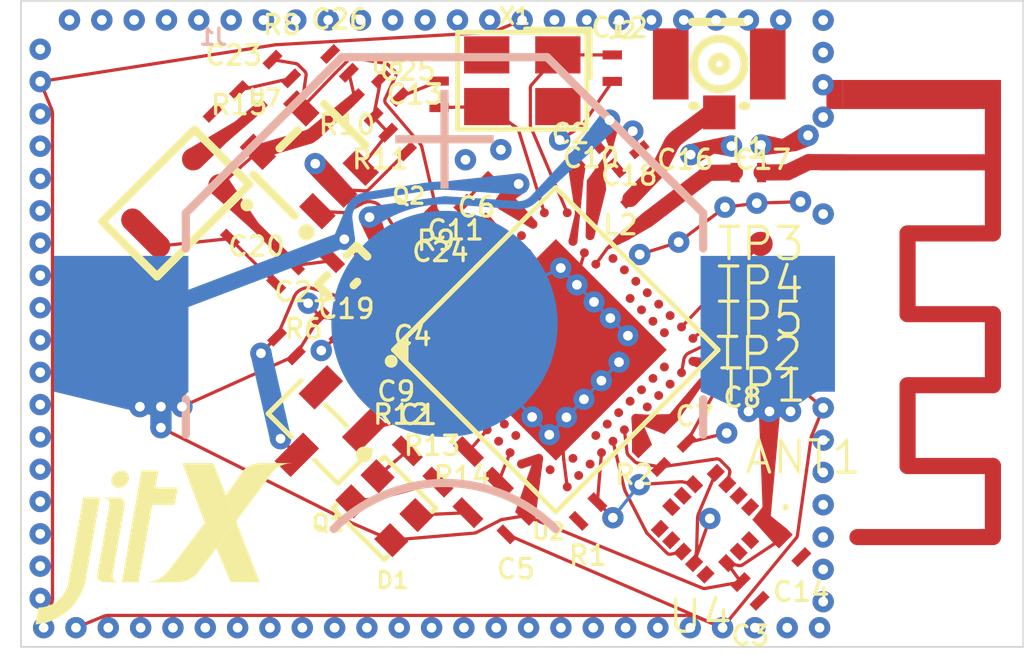
<source format=kicad_pcb>
(kicad_pcb (version 20240108) (generator jitx)
  (layers (0 F.Cu signal) (31 B.Cu signal) (34 "B.Paste" user) (35 "F.Paste" user) (36 "B.SilkS" user "B.Silkscreen") (37 "F.SilkS" user "F.Silkscreen") (38 "B.Mask" user) (39 "F.Mask" user) (44 "Edge.Cuts" user))
  (net 1 "a")
  (net 2 "op-")
  (net 3 "XC1")
  (net 4 "r")
  (net 5 "ANT")
  (net 6 "GND")
  (net 7 "I2C_sda")
  (net 8 "mcu_debug_swo")
  (net 9 "VDD")
  (net 10 "acc_ADC3")
  (net 11 "Cin_p2")
  (net 12 "DEC4")
  (net 13 "DEC2")
  (net 14 "mcu_vdda-sw_gpio")
  (net 15 "b")
  (net 16 "acc_ADC2")
  (net 17 "D")
  (net 18 "mcu_control-pins2_timer")
  (net 19 "acc_ADC1")
  (net 20 "DEC3")
  (net 21 "mcu_debug_swdio")
  (net 22 "I2C_scl")
  (net 23 "mcu_control-pins1_timer")
  (net 24 "signal")
  (net 25 "VDDA")
  (net 26 "mcu_debug_swdclk")
  (net 27 "g")
  (net 28 "CS")
  (net 29 "WAKE")
  (net 30 "XC2")
  (net 31 "vout")
  (net 32 "mcu_control-pins0_timer")
  (net 33 "DEC1")
  (net 34 "L_p2")
  (net 35 "vref")
  (net 36 "acc_INT2")
  (net 37 "SA0")
  (footprint "nrf-design-final:Pkg0402_21" (layer F.Cu) (at 137.364491745561 105.955043074572 135.0)
    (fp_text reference "R9")
    (fp_text value "51K")
  )
  (footprint "nrf-design-final:Pkg0603_2" (layer F.Cu) (at 136.444700461194 105.240201274974 315.0)
    (fp_text reference "C24")
    (fp_text value "150p")
  )
  (footprint "nrf-design-final:Pkg0603_3" (layer F.Cu) (at 138.29550841197 113.37222694681 135.0)
    (fp_text reference "R14")
    (fp_text value "510R")
  )
  (footprint "nrf-design-final:Pkg0402_24" (layer F.Cu) (at 134.61531089878 101.307460999253 225.0)
    (fp_text reference "R10")
    (fp_text value "51K")
  )
  (footprint "nrf-design-final:Pkg0402_9" (layer F.Cu) (at 135.582148901145 107.841948635843 315.0)
    (fp_text reference "C4")
    (fp_text value "1u")
  )
  (footprint "nrf-design-final:Pkg0603_1" (layer F.Cu) (at 137.368292056286 112.426116200412 135.0)
    (fp_text reference "R13")
    (fp_text value "1K8")
  )
  (footprint "nrf-design-final:Pkg0402_3" (layer F.Cu) (at 143.496811299096 112.139602484392 225.0)
    (fp_text reference "R2")
    (fp_text value "8K2")
  )
  (footprint "nrf-design-final:Pkg0402_30" (layer F.Cu) (at 135.752606732933 110.284582887104 315.0)
    (fp_text reference "C1")
    (fp_text value "100n")
  )
  (footprint "nrf-design-final:Pkg0402_12" (layer F.Cu) (at 131.031001767793 101.054896380775 225.0)
    (fp_text reference "C23")
    (fp_text value "1u")
  )
  (footprint "nrf-design-final:LP_4" (layer F.Cu) (at 145.608075704458 100.267015751086 180.0)
    (fp_text reference "J2")
    (fp_text value "~")
  )
  (footprint "nrf-design-final:Pkg0402_5" (layer F.Cu) (at 141.483013772522 102.693943606051 130.0)
    (fp_text reference "C2")
    (fp_text value "100p")
  )
  (footprint "nrf-design-final:LP_3" (layer F.Cu) (at 135.240702258118 113.706133202897 315.0)
    (fp_text reference "D1")
    (fp_text value "~")
  )
  (footprint "nrf-design-final:Pkg0603" (layer F.Cu) (at 136.421022385317 111.459685133701 135.0)
    (fp_text reference "R12")
    (fp_text value "1K8")
  )
  (footprint "nrf-design-final:Pkg0402_16" (layer F.Cu) (at 132.067812317335 100.111003326519 225.0)
    (fp_text reference "R8")
    (fp_text value "1K5")
  )
  (footprint "nrf-design-final:Pkg0402_17" (layer F.Cu) (at 139.307226265547 114.226850152739 315.0)
    (fp_text reference "C5")
    (fp_text value "4.7u")
  )
  (footprint "nrf-design-final:Pkg0402_14" (layer F.Cu) (at 143.116021358553 104.455641953927 220.0)
    (fp_text reference "L2")
    (fp_text value "4.7n")
  )
  (footprint "nrf-design-final:SMD_TESTPT" (layer F.Cu) (at 146.831407943322 108.92925833448 0.0)
    (fp_text value "~" hide)
    (fp_text reference "TP2")
  )
  (footprint "nrf-design-final:Pkg0402_11" (layer F.Cu) (at 143.386709455441 102.922813212554 220.0)
    (fp_text reference "C18")
    (fp_text value "500f")
  )
  (footprint "nrf-design-final:Pkg0402_10" (layer F.Cu) (at 145.295329432493 102.917434257412 180.0)
    (fp_text reference "C16")
    (fp_text value "800f")
  )
  (footprint "nrf-design-final:SMD_TESTPT" (layer F.Cu) (at 146.940951523533 109.902891261221 270.0)
    (fp_text value "~" hide)
    (fp_text reference "TP1")
  )
  (footprint "nrf-design-final:SMD_TESTPT" (layer F.Cu) (at 146.874787226075 105.52332629816 0.0)
    (fp_text value "~" hide)
    (fp_text reference "TP3")
  )
  (footprint "nrf-design-final:XDCR_LIS3DHTR" (layer F.Cu) (at 145.331956046004 114.185859432907 225.0)
    (fp_text value "~" hide)
    (fp_text reference "U4")
  )
  (footprint "nrf-design-final:LP_8" (layer F.Cu) (at 140.541974995973 108.804286145106 315.0)
    (fp_text reference "U2")
    (fp_text value "~")
  )
  (footprint "nrf-design-final:Pkg0402_29" (layer F.Cu) (at 132.180602089354 106.481426938844 315.0)
    (fp_text reference "C21")
    (fp_text value "10n")
  )
  (footprint "nrf-design-final:ANTENNA_2GHZ4_INVERTED_F_GEOMETRY" (layer F.Cu) (at 148.912648077159 103.0 270.0)
    (fp_text value "~" hide)
    (fp_text reference "ANT1")
  )
  (footprint "nrf-design-final:Pkg0402_26" (layer F.Cu) (at 145.782364848344 109.752910033237 315.0)
    (fp_text reference "C8")
    (fp_text value "100n")
  )
  (footprint "nrf-design-final:Pkg0402_7" (layer F.Cu) (at 142.113732088957 103.438864887744 130.0)
    (fp_text reference "C10")
    (fp_text value "100n")
  )
  (footprint "nrf-design-final:Pkg0402_1" (layer F.Cu) (at 135.075393219869 109.560006911022 315.0)
    (fp_text reference "C9")
    (fp_text value "1u")
  )
  (footprint "nrf-design-final:Pkg0402_27" (layer F.Cu) (at 146.553912657155 116.282973678189 45.0)
    (fp_text reference "C3")
    (fp_text value "10u")
  )
  (footprint "nrf-design-final:Pkg0402_4" (layer F.Cu) (at 130.216155014612 101.75607126766 45.0)
    (fp_text reference "R15")
    (fp_text value "0R")
  )
  (footprint "nrf-design-final:Pkg0402" (layer F.Cu) (at 147.845923122674 114.929314528775 45.0)
    (fp_text reference "C14")
    (fp_text value "100n")
  )
  (footprint "nrf-design-final:Pkg0402_22" (layer F.Cu) (at 144.300296439508 111.392162215845 45.0)
    (fp_text reference "C7")
    (fp_text value "100n")
  )
  (footprint "nrf-design-final:Pkg0402_23" (layer F.Cu) (at 133.850556592264 99.9358159583669 225.0)
    (fp_text reference "C26")
    (fp_text value "10u")
  )
  (footprint "nrf-design-final:SMD_TESTPT" (layer F.Cu) (at 146.863396107233 106.74990754627 90.0)
    (fp_text value "~" hide)
    (fp_text reference "TP4")
  )
  (footprint "nrf-design-final:Pkg0402_20" (layer F.Cu) (at 138.622859578393 103.861564817288 225.0)
    (fp_text reference "C6")
    (fp_text value "100n")
  )
  (footprint "nrf-design-final:SMD_TESTPT" (layer F.Cu) (at 146.863396107233 107.839582940375 0.0)
    (fp_text value "~" hide)
    (fp_text reference "TP5")
  )
  (footprint "nrf-design-final:LP_5" (layer F.Cu) (at 132.91810947588 102.921308455914 315.0)
    (fp_text reference "U8")
    (fp_text value "~")
  )
  (footprint "nrf-design-final:Pkg0402_2" (layer F.Cu) (at 130.753473523818 105.069494681327 315.0)
    (fp_text reference "C20")
    (fp_text value "100n")
  )
  (footprint "nrf-design-final:LP_6" (layer F.Cu) (at 128.785606020354 104.258529575258 315.0)
    (fp_text reference "U7")
    (fp_text value "~")
  )
  (footprint "nrf-design-final:Pkg0402_31" (layer F.Cu) (at 136.933326097354 100.895299528811 180.0)
    (fp_text reference "C13")
    (fp_text value "15p")
  )
  (footprint "nrf-design-final:LP_2" (layer B.Cu) (at 137.099 105.587 0.0)
    (fp_text reference "J1")
    (fp_text value "~")
  )
  (footprint "nrf-design-final:LP_1" (layer F.Cu) (at 134.06128109007 106.467122888249 315.0)
    (fp_text reference "Q2")
    (fp_text value "~")
  )
  (footprint "nrf-design-final:Pkg0402_25" (layer F.Cu) (at 142.288266840845 100.085317735611 0.0)
    (fp_text reference "C12")
    (fp_text value "15p")
  )
  (footprint "nrf-design-final:LP" (layer F.Cu) (at 133.237638404809 111.345015394261 45.0)
    (fp_text reference "Q1")
    (fp_text value "~")
  )
  (footprint "nrf-design-final:Pkg0402_15" (layer F.Cu) (at 133.531546344337 108.064349649432 45.0)
    (fp_text reference "C19")
    (fp_text value "100n")
  )
  (footprint "nrf-design-final:Pkg0402_8" (layer F.Cu) (at 132.20961809271 108.687224240053 45.0)
    (fp_text reference "R6")
    (fp_text value "1M")
  )
  (footprint "nrf-design-final:Pkg0402_13" (layer F.Cu) (at 147.695329432493 102.917434257412 180.0)
    (fp_text reference "C17")
    (fp_text value "500f")
  )
  (footprint "nrf-design-final:JITX_SM_LP" (layer F.Cu) (at 123.6 118.0 0.0)
    (fp_text reference "JITX1" hide)
    (fp_text value "~" hide)
  )
  (footprint "nrf-design-final:Pkg0402_6" (layer F.Cu) (at 135.42345484922 100.686146865971 45.0)
    (fp_text reference "C25")
    (fp_text value "10n")
  )
  (footprint "nrf-design-final:Pkg0402_28" (layer F.Cu) (at 135.648033833905 102.37259829182 225.0)
    (fp_text reference "R11")
    (fp_text value "51K")
  )
  (footprint "nrf-design-final:LP_7" (layer F.Cu) (at 139.505426851148 100.47364569325 180.0)
    (fp_text reference "X1")
    (fp_text value "~")
  )
  (footprint "nrf-design-final:Pkg0402_19" (layer F.Cu) (at 137.970269007619 104.57047536555 225.0)
    (fp_text reference "C11")
    (fp_text value "100n")
  )
  (footprint "nrf-design-final:Pkg0402_18" (layer F.Cu) (at 146.495329432493 103.317434257412 90.0)
    (fp_text reference "L1")
    (fp_text value "4.7n")
  )
  (footprint "nrf-design-final:Pkg0402_3" (layer F.Cu) (at 141.537574742318 113.809924086308 315.0)
    (fp_text reference "R1")
    (fp_text value "8K2")
  )
  (segment (start 130.74118612112 100.765080734101) (end 132.357627964008 100.400818973192) (layer F.Cu) (width 0.1) (net 11))
  (gr_poly (pts (xy 137.099 104.046) (xy 134.778909247685 104.36862204222) (xy 134.652623715005 104.393741796491) (xy 134.545564009893 104.465276804428) (xy 134.474029001956 104.572336509539) (xy 134.448909247685 104.69862204222) (xy 134.474029001956 104.8249075749) (xy 134.545564009893 104.931967280011) (xy 134.652623715005 105.003502287948) (xy 134.778909247685 105.02862204222) (xy 134.905194780365 105.003502287948) (xy 135.177848461948 104.837852506944) (xy 135.247573495801 104.795491308954) (xy 135.390622453633 104.716997988044) (xy 135.536992236281 104.644886321222) (xy 135.686398323261 104.579296482547) (xy 135.838550291978 104.520355968639) (xy 135.993152382262 104.468179350847) (xy 136.14990407128 104.422868052541) (xy 136.30850065771 104.38451015196) (xy 136.46863385403 104.353180210998) (xy 136.629992385783 104.328939130272) (xy 136.792262596647 104.311834030738) (xy 136.955129058138 104.301898162093) (xy 137.118275182748 104.299150838149) (xy 137.28138383935 104.303597399283) (xy 137.362760904498 104.309413300672) (xy 139.393507836273 104.454547852755) (xy 139.393507836273 104.200547852755)) (fill solid) (layer B.Cu) (net 12))
  (arc (start 139.393507836273 104.327547852755) (mid 139.644930851337 104.277536705615) (end 139.858076991513 104.135117007995) (layer B.Cu) (width 0.254) (net 12))
  (gr_poly (pts (xy 142.437325472306 101.928408290323) (xy 142.508860480243 101.821348585212) (xy 142.533980234514 101.695063052532) (xy 142.508860480243 101.568777519851) (xy 142.437325472306 101.46171781474) (xy 142.330265767195 101.390182806803) (xy 142.203980234514 101.365063052532) (xy 142.077694701834 101.390182806803) (xy 141.970634996723 101.46171781474) (xy 141.081608908247 102.629405143517) (xy 141.065795175975 102.650175619248) (xy 141.048016829407 102.669291507505) (xy 139.768274430302 104.045314446784) (xy 139.947879552724 104.224919569205)) (fill solid) (layer B.Cu) (net 12))
  (gr_poly (pts (xy 136.183189665154 107.665171940547) (xy 135.396423571616 105.558023197952) (xy 135.395543056697 105.555664967315) (xy 135.394782306996 105.55326542191) (xy 135.083789493414 104.572336509539) (xy 135.012254485477 104.465276804428) (xy 134.905194780365 104.393741796491) (xy 134.778909247685 104.36862204222) (xy 134.652623715005 104.393741796491) (xy 134.545564009893 104.465276804428) (xy 134.474029001956 104.572336509539) (xy 134.448909247685 104.69862204222) (xy 134.474029001956 104.8249075749) (xy 135.323126982089 106.595713519069) (xy 135.326902849734 106.603588144879) (xy 135.329256572146 106.61199807347) (xy 135.560739430484 107.439094037793) (xy 135.985003499196 107.863358106505)) (fill solid) (layer F.Cu) (net 12))
  (gr_poly (pts (xy 141.499571362335 103.562584740136) (xy 141.885243928147 104.022211406008) (xy 142.099948998407 103.842052460741) (xy 142.027920687443 103.044673822429) (xy 142.026944370855 103.033865655743) (xy 142.029674267707 103.01233367237) (xy 142.03695959186 102.991888558118) (xy 142.042710366937 102.982685393053) (xy 142.042710369891 102.982685388324) (xy 141.957905560276 102.929693461901)) (fill solid) (layer F.Cu) (net 12))
  (arc (start 142.000307965083 102.956189425113) (mid 142.003378732477 102.951474330722) (end 142.006624183175 102.946877725751) (layer F.Cu) (width 0.1) (net 12))
  (segment (start 142.006624183175 102.946877725751) (end 142.218065495476 102.659023342655) (layer F.Cu) (width 0.1) (net 12))
  (arc (start 142.218065495476 102.659023342655) (mid 142.232954869279 102.633970840541) (end 142.242718858085 102.606512037999) (layer F.Cu) (width 0.1) (net 12))
  (gr_poly (pts (xy 142.508860480243 101.821348585212) (xy 142.533980234514 101.695063052532) (xy 142.508860480243 101.568777519851) (xy 142.437325472306 101.46171781474) (xy 142.330265767195 101.390182806803) (xy 142.203980234514 101.365063052532) (xy 142.077694701834 101.390182806803) (xy 141.970634996723 101.46171781474) (xy 141.899099988786 101.568777519851) (xy 141.873980234514 101.695063052532) (xy 141.899099988786 101.821348585212) (xy 142.189740108073 102.532387157042) (xy 142.19374276891 102.542179494906) (xy 142.197473105049 102.563005663318) (xy 142.196763317217 102.584151369731) (xy 142.194204072132 102.594415941773) (xy 142.194204071772 102.594415943219) (xy 142.291233644399 102.618608132779)) (fill solid) (layer F.Cu) (net 12))
  (gr_poly (pts (xy 141.50540798534 105.365979421587) (xy 141.550016195803 105.395785674894) (xy 141.602635167753 105.406252239173) (xy 141.655254139703 105.395785674894) (xy 141.699862350166 105.365979421587) (xy 141.729668603473 105.321371211124) (xy 142.099948998407 103.842052460741) (xy 141.714276432595 103.38242579487) (xy 141.499571362335 103.562584740136) (xy 141.465135167753 105.268752239173) (xy 141.475601732033 105.321371211124)) (fill solid) (layer F.Cu) (net 12))
  (gr_poly (pts (xy 137.235836757287 108.400989494937) (xy 137.28044496775 108.371183241629) (xy 137.310251221057 108.326575031166) (xy 137.320717785337 108.273956059216) (xy 137.310251221057 108.221337087266) (xy 137.28044496775 108.176728876803) (xy 137.235836757287 108.146922623496) (xy 135.758925596442 107.240907871835) (xy 135.560739430484 107.439094037793) (xy 135.985003499196 107.863358106505) (xy 137.130598813387 108.400989494937) (xy 137.183217785337 108.411456059216)) (fill solid) (layer F.Cu) (net 12))
  (gr_poly (pts (xy 139.18038040555 105.749339065487) (xy 139.224988616013 105.71953281218) (xy 139.25479486932 105.674924601717) (xy 139.2652614336 105.622305629767) (xy 139.25479486932 105.569686657816) (xy 139.224988616013 105.525078447354) (xy 138.571309771628 104.747252060846) (xy 138.373123605669 104.549065894888) (xy 137.948859536957 104.9733299636) (xy 138.147045702916 105.171516129558) (xy 139.07514246165 105.749339065487) (xy 139.1277614336 105.759805629767)) (fill solid) (layer F.Cu) (net 13))
  (segment (start 137.359994480634 110.218499707479) (end 136.673954300304 110.35810341434) (layer F.Cu) (width 0.1) (net 14))
  (arc (start 136.673954300304 110.35810341434) (mid 136.646778051691 110.366378798064) (end 136.621649402426 110.37962951316) (layer F.Cu) (width 0.1) (net 14))
  (segment (start 136.621649402426 110.37962951316) (end 135.658045733002 111.011085117051) (layer F.Cu) (width 0.1) (net 14))
  (arc (start 135.658045733002 111.011085117051) (mid 135.637811031637 111.022219245415) (end 135.616106934578 111.030115074985) (layer F.Cu) (width 0.1) (net 14))
  (segment (start 135.616106934578 111.030115074985) (end 134.615789521341 111.308952948421) (layer F.Cu) (width 0.1) (net 14))
  (segment (start 136.230651751779 113.918265237253) (end 137.822500656551 113.84523470223) (layer F.Cu) (width 0.1) (net 15))
  (gr_poly (pts (xy 131.900725184561 111.859444720053) (xy 132.027010717241 111.884564474324) (xy 132.153296249922 111.859444720053) (xy 132.260355955033 111.787909712116) (xy 132.33189096297 111.680850007005) (xy 132.357010717241 111.554564474324) (xy 132.33189096297 111.428278941644) (xy 131.726712813822 108.783825081499) (xy 131.655177805885 108.676765376388) (xy 131.548118100774 108.605230368451) (xy 131.421832568093 108.58011061418) (xy 131.295547035413 108.605230368451) (xy 131.188487330302 108.676765376388) (xy 131.116952322365 108.783825081499) (xy 131.091832568093 108.91011061418) (xy 131.116952322365 109.03639614686) (xy 131.722130471512 111.680850007005) (xy 131.79366547945 111.787909712116)) (fill solid) (layer B.Cu) (net 17))
  (segment (start 131.919802446036 108.39740859338) (end 132.44244792759 107.173251152525) (layer F.Cu) (width 0.1) (net 17))
  (arc (start 132.44244792759 107.173251152525) (mid 132.683641570921 106.925493791209) (end 133.028751026643 106.904103437289) (layer F.Cu) (width 0.1) (net 17))
  (segment (start 133.028751026643 106.904103437289) (end 134.125627807158 107.251304308585) (layer F.Cu) (width 0.1) (net 17))
  (segment (start 132.027010717241 111.554564474324) (end 132.530885177013 112.052475728838) (layer F.Cu) (width 0.1) (net 17))
  (segment (start 131.919802446036 108.39740859338) (end 131.421832568093 108.91011061418) (layer F.Cu) (width 0.1) (net 17))
  (segment (start 139.1277614336 111.986266660446) (end 138.76851616739 112.89921919139) (layer F.Cu) (width 0.1) (net 18))
  (gr_poly (pts (xy 140.868853045901 102.817663458442) (xy 141.130294182102 104.52571119514) (xy 141.132581066758 104.540651874392) (xy 141.133329932445 104.570871969559) (xy 141.130241811376 104.60094319268) (xy 141.126804171263 104.615661764906) (xy 140.945271646143 105.39290996252) (xy 140.934805081863 105.44552893447) (xy 140.945271646143 105.49814790642) (xy 140.97507789945 105.542756116883) (xy 141.019686109913 105.57256237019) (xy 141.072305081863 105.58302893447) (xy 141.124924053813 105.57256237019) (xy 141.169532264276 105.542756116883) (xy 141.199338517583 105.49814790642) (xy 141.209805081863 105.44552893447) (xy 141.400072720546 103.552583726086) (xy 141.40032677962 103.550056129117) (xy 141.40070884695 103.547544691878) (xy 141.469230681972 103.097131179047) (xy 141.083558116161 102.637504513176)) (fill solid) (layer F.Cu) (net 20))
  (segment (start 146.863396107233 106.74990754627) (end 144.784615683093 108.450732754513) (layer F.Cu) (width 0.1) (net 21))
  (segment (start 145.844608462364 112.966100235361) (end 145.920621983607 112.608368569739) (layer F.Cu) (width 0.1) (net 22))
  (arc (start 145.920621983607 112.608368569739) (mid 145.91771933767 112.534584454995) (end 145.879963801423 112.47112548853) (layer F.Cu) (width 0.1) (net 22))
  (segment (start 145.879963801423 112.47112548853) (end 145.632476428008 112.223638115115) (layer F.Cu) (width 0.1) (net 22))
  (arc (start 145.632476428008 112.223638115115) (mid 145.573735177078 112.187365218079) (end 145.504968947137 112.181244495911) (layer F.Cu) (width 0.1) (net 22))
  (segment (start 145.504968947137 112.181244495911) (end 143.786626945769 112.429418131065) (layer F.Cu) (width 0.1) (net 22))
  (segment (start 142.663295339533 111.279159879259) (end 142.74682297237 111.980563420292) (layer F.Cu) (width 0.1) (net 22))
  (arc (start 142.74682297237 111.980563420292) (mid 142.760831817792 112.028335655334) (end 142.78970451791 112.068891806273) (layer F.Cu) (width 0.1) (net 22))
  (segment (start 142.78970451791 112.068891806273) (end 142.987890683868 112.267077972232) (layer F.Cu) (width 0.1) (net 22))
  (arc (start 142.987890683868 112.267077972232) (mid 143.025238811578 112.294345565472) (end 143.069117900589 112.308941106988) (layer F.Cu) (width 0.1) (net 22))
  (segment (start 143.069117900589 112.308941106988) (end 143.786626945769 112.429418131065) (layer F.Cu) (width 0.1) (net 22))
  (segment (start 138.420654652414 111.279159879259) (end 137.841299811706 111.953108444993) (layer F.Cu) (width 0.1) (net 23))
  (gr_poly (pts (xy 129.00742751227 102.766238247271) (xy 128.980785348649 102.900177448599) (xy 129.00742751227 103.034116649927) (xy 129.083297975234 103.147664822014) (xy 129.196846147321 103.223535284978) (xy 129.330785348649 103.250177448599) (xy 129.464724549977 103.223535284978) (xy 129.578272722064 103.147664822014) (xy 130.392931709909 102.357112031668) (xy 130.817195778621 101.932847962956) (xy 130.619009612662 101.734661796998) (xy 129.196846147321 102.57681961222) (xy 129.083297975234 102.652690075183)) (fill solid) (layer F.Cu) (net 24))
  (gr_poly (pts (xy 130.392931709909 102.357112031668) (xy 131.20777846309 101.655937144783) (xy 131.632042531802 101.231673076071) (xy 131.433856365843 101.033486910113) (xy 130.619009612662 101.734661796998) (xy 130.19474554395 102.15892586571)) (fill solid) (layer F.Cu) (net 24))
  (segment (start 131.32711921821 102.673821082499) (end 132.904167564549 102.207673559379) (layer F.Cu) (width 0.45) (net 25))
  (arc (start 132.904167564549 102.207673559379) (mid 132.920441776444 102.202393578497) (end 132.93641557422 102.19626447126) (layer F.Cu) (width 0.45) (net 25))
  (gr_poly (pts (xy 133.200952188354 102.284912352846) (xy 134.21245630073 101.328870469915) (xy 134.636720369442 100.904606401203) (xy 134.438534203483 100.706420235245) (xy 132.875010094445 101.973690190779) (xy 132.869398686995 101.978238357339) (xy 132.856985110661 101.985627401466) (xy 132.850311801938 101.988391576445) (xy 133.022519346503 102.404137366075)) (fill solid) (layer F.Cu) (net 25))
  (segment (start 134.140372238937 100.22563160504) (end 134.325495252107 101.01764535258) (layer F.Cu) (width 0.1) (net 25))
  (segment (start 133.636309914577 106.043565926318) (end 132.470417736027 106.191611292171) (layer F.Cu) (width 0.1) (net 25))
  (segment (start 130.143958147014 103.713350246963) (end 131.32711921821 102.673821082499) (layer F.Cu) (width 0.1) (net 25))
  (gr_poly (pts (xy 130.391445520429 103.465862873548) (xy 130.277897348341 103.389992410584) (xy 130.143958147014 103.363350246963) (xy 130.010018945686 103.389992410584) (xy 129.896470773598 103.465862873548) (xy 129.820600310635 103.579411045635) (xy 129.793958147014 103.713350246963) (xy 129.820600310635 103.847289448291) (xy 129.896470773598 103.960837620379) (xy 131.156328121868 105.090904151989) (xy 131.354514287826 104.892717986031)) (fill solid) (layer F.Cu) (net 25))
  (gr_poly (pts (xy 132.35737878465 105.880386174836) (xy 130.930250219114 104.468453917319) (xy 130.732064053156 104.666640083277) (xy 131.156328121868 105.090904151989) (xy 132.583456687404 106.502836409506) (xy 132.781642853362 106.304650243548)) (fill solid) (layer F.Cu) (net 25))
  (segment (start 144.431062292499 108.09717936392) (end 146.874787226075 105.52332629816) (layer F.Cu) (width 0.1) (net 26))
  (segment (start 136.895284300867 112.899123955832) (end 135.103649096759 113.391158327866) (layer F.Cu) (width 0.1) (net 27))
  (arc (start 135.103649096759 113.391158327866) (mid 135.092700747532 113.393727886656) (end 135.08159065749 113.395469978047) (layer F.Cu) (width 0.1) (net 27))
  (segment (start 135.08159065749 113.395469978047) (end 134.250752764457 113.494001168541) (layer F.Cu) (width 0.1) (net 27))
  (segment (start 142.30974194894 111.632713269852) (end 142.657943108005 113.089282230101) (layer F.Cu) (width 0.1) (net 29))
  (arc (start 142.657943108005 113.089282230101) (mid 142.674729452665 113.144552862789) (end 142.698033501853 113.197406864495) (layer F.Cu) (width 0.1) (net 29))
  (segment (start 142.698033501853 113.197406864495) (end 143.342439694926 114.448978419042) (layer F.Cu) (width 0.1) (net 29))
  (arc (start 143.342439694926 114.448978419042) (mid 143.354635377882 114.468738645582) (end 143.369734728211 114.486379814912) (layer F.Cu) (width 0.1) (net 29))
  (segment (start 143.369734728211 114.486379814912) (end 143.97077549222 115.08742057892) (layer F.Cu) (width 0.1) (net 29))
  (arc (start 143.97077549222 115.08742057892) (mid 144.034234458685 115.125176115167) (end 144.108018573429 115.128078761104) (layer F.Cu) (width 0.1) (net 29))
  (segment (start 144.108018573429 115.128078761104) (end 144.46575023905 115.052065239861) (layer F.Cu) (width 0.1) (net 29))
  (segment (start 136.933326097354 101.305160746925) (end 138.405426851148 101.27364569325) (layer F.Cu) (width 0.1) (net 30))
  (segment (start 140.18842160538 104.561645457987) (end 139.374856439049 101.957457167103) (layer F.Cu) (width 0.1) (net 30))
  (segment (start 139.374856439049 101.957457167103) (end 138.405426851148 101.27364569325) (layer F.Cu) (width 0.1) (net 30))
  (segment (start 133.165596849295 104.512298713584) (end 133.970636689398 104.556012050757) (layer F.Cu) (width 0.1) (net 31))
  (arc (start 133.970636689398 104.556012050757) (mid 134.010609215384 104.552814557245) (end 134.048306235674 104.53914117216) (layer F.Cu) (width 0.1) (net 31))
  (segment (start 134.048306235674 104.53914117216) (end 134.556392166038 104.273314919806) (layer F.Cu) (width 0.1) (net 31))
  (arc (start 134.556392166038 104.273314919806) (mid 134.90563531464 104.23565281651) (end 135.187011148145 104.445930849574) (layer F.Cu) (width 0.1) (net 31))
  (segment (start 135.187011148145 104.445930849574) (end 135.971692705775 105.713209030393) (layer F.Cu) (width 0.1) (net 31))
  (segment (start 137.713547871227 107.03651919214) (end 137.074676098887 106.244858721245) (layer F.Cu) (width 0.1) (net 31))
  (segment (start 135.971692705775 105.713209030393) (end 137.074676098887 106.244858721245) (layer F.Cu) (width 0.1) (net 31))
  (segment (start 137.713547871227 110.572053098073) (end 136.894030140737 110.986677378281) (layer F.Cu) (width 0.1) (net 32))
  (gr_poly (pts (xy 136.155461330983 110.305992357766) (xy 136.353647496941 110.107806191808) (xy 136.75011488186 109.608620108706) (xy 136.779921135168 109.564011898243) (xy 136.790387699447 109.511392926293) (xy 136.779921135168 109.458773954343) (xy 136.75011488186 109.41416574388) (xy 136.705506671397 109.384359490572) (xy 136.652887699447 109.373892926293) (xy 136.600268727497 109.384359490572) (xy 135.929383428229 109.683542123096) (xy 135.731197262271 109.881728289054)) (fill solid) (layer F.Cu) (net 33))
  (segment (start 145.535212886183 101.296115292046) (end 144.323898205189 102.204285871835) (layer F.Cu) (width 0.5) (net 34))
  (arc (start 144.323898205189 102.204285871835) (mid 144.32278374524 102.205124901137) (end 144.321672638238 102.205968365647) (layer F.Cu) (width 0.5) (net 34))
  (segment (start 144.321672638238 102.205968365647) (end 144.281374205069 102.236686526329) (layer F.Cu) (width 0.5) (net 34))
  (arc (start 144.281374205069 102.236686526329) (mid 144.26068910385 102.25374540371) (end 144.241370541147 102.272337655997) (layer F.Cu) (width 0.5) (net 34))
  (segment (start 144.241370541147 102.272337655997) (end 144.206233493778 102.308847339833) (layer F.Cu) (width 0.5) (net 34))
  (arc (start 144.206233493778 102.308847339833) (mid 144.1883948386 102.328863860296) (end 144.17214077527 102.350187184033) (layer F.Cu) (width 0.5) (net 34))
  (segment (start 144.17214077527 102.350187184033) (end 144.14298869631 102.391632634977) (layer F.Cu) (width 0.5) (net 34))
  (arc (start 144.14298869631 102.391632634977) (mid 144.12935727325 102.4125614315) (end 144.117253122532 102.434409080205) (layer F.Cu) (width 0.5) (net 34))
  (segment (start 144.117253122532 102.434409080205) (end 143.71156357827 103.2325896839) (layer F.Cu) (width 0.5) (net 34))
  (segment (start 143.71156357827 103.2325896839) (end 142.848997044658 104.13370015219) (layer F.Cu) (width 0.5) (net 34))
  (segment (start 135.358218187232 102.082782645147) (end 134.905126545453 101.597276645927) (layer F.Cu) (width 0.1) (net 35))
  (segment (start 135.358218187232 102.082782645147) (end 134.50909973355 103.168795829329) (layer F.Cu) (width 0.1) (net 35))
  (segment (start 135.133639202546 100.396331219298) (end 134.905126545453 101.597276645927) (layer F.Cu) (width 0.1) (net 35))
  (segment (start 147.705732225057 103.309901516444) (end 146.90604375162 103.314794442832) (layer F.Cu) (width 0.5) (net 1))
  (segment (start 149.462648077159 103.0) (end 148.362439006876 102.993445216033) (layer F.Cu) (width 0.5) (net 1))
  (segment (start 148.362439006876 102.993445216033) (end 147.705732225057 103.309901516444) (layer F.Cu) (width 0.5) (net 1))
  (gr_poly (pts (xy 149.412648077159 100.45) (xy 149.412648077159 101.35) (xy 154.312648077159 101.35) (xy 154.312648077159 100.45)) (fill solid) (layer F.Cu) (net 1))
  (gr_poly (pts (xy 150.187648077159 102.75) (xy 150.187648077159 103.25) (xy 154.287648077159 103.25) (xy 154.287648077159 102.75)) (fill solid) (layer F.Cu) (net 1))
  (segment (start 154.062648077159 100.9) (end 154.062648077159 105.2) (layer F.Cu) (width 0.5) (net 1))
  (segment (start 154.062648077159 105.2) (end 151.422648077159 105.2) (layer F.Cu) (width 0.5) (net 1))
  (segment (start 151.422648077159 105.2) (end 151.422648077159 107.7) (layer F.Cu) (width 0.5) (net 1))
  (segment (start 151.422648077159 107.7) (end 154.062648077159 107.7) (layer F.Cu) (width 0.5) (net 1))
  (segment (start 154.062648077159 107.7) (end 154.062648077159 109.9) (layer F.Cu) (width 0.5) (net 1))
  (segment (start 154.062648077159 109.9) (end 151.422648077159 109.9) (layer F.Cu) (width 0.5) (net 1))
  (segment (start 151.422648077159 109.9) (end 151.422648077159 112.4) (layer F.Cu) (width 0.5) (net 1))
  (segment (start 151.422648077159 112.4) (end 154.062648077159 112.4) (layer F.Cu) (width 0.5) (net 1))
  (segment (start 154.062648077159 112.4) (end 154.062648077159 114.6) (layer F.Cu) (width 0.5) (net 1))
  (segment (start 154.062648077159 114.6) (end 149.872648077159 114.6) (layer F.Cu) (width 0.5) (net 1))
  (segment (start 131.777996670662 99.8211876798454) (end 132.495505715842 99.9416647039231) (layer F.Cu) (width 0.1) (net 2))
  (arc (start 132.495505715842 99.9416647039231) (mid 132.539384804853 99.9562602454389) (end 132.576732932563 99.9835278386789) (layer F.Cu) (width 0.1) (net 2))
  (segment (start 132.576732932563 99.9835278386789) (end 132.774919098522 100.181714004637) (layer F.Cu) (width 0.1) (net 2))
  (arc (start 132.774919098522 100.181714004637) (mid 132.811174221364 100.240401829539) (end 132.817328772734 100.309110025712) (layer F.Cu) (width 0.1) (net 2))
  (segment (start 132.817328772734 100.309110025712) (end 132.670622102465 101.330318198244) (layer F.Cu) (width 0.1) (net 2))
  (segment (start 136.917708216614 104.767193519554) (end 137.654307392234 105.665227427899) (layer F.Cu) (width 0.1) (net 2))
  (segment (start 136.917708216614 104.767193519554) (end 136.395192119787 102.515468206059) (layer F.Cu) (width 0.1) (net 2))
  (arc (start 136.395192119787 102.515468206059) (mid 136.383071911884 102.481960449746) (end 136.363390270257 102.452256878317) (layer F.Cu) (width 0.1) (net 2))
  (segment (start 136.363390270257 102.452256878317) (end 135.287729706215 101.186119572821) (layer F.Cu) (width 0.1) (net 2))
  (arc (start 135.287729706215 101.186119572821) (mid 135.253411974157 101.109203223754) (end 135.265955589842 101.025917635608) (layer F.Cu) (width 0.1) (net 2))
  (segment (start 135.265955589842 101.025917635608) (end 135.580954108597 100.346376096334) (layer F.Cu) (width 0.1) (net 2))
  (arc (start 135.580954108597 100.346376096334) (mid 135.592555809643 100.25707731318) (end 135.55093033706 100.177226250743) (layer F.Cu) (width 0.1) (net 2))
  (segment (start 135.550930337059 100.177226250743) (end 135.352744171101 99.9790400847845) (layer F.Cu) (width 0.1) (net 2))
  (arc (start 135.352744171101 99.9790400847845) (mid 135.315651644691 99.9519045345119) (end 135.272084213123 99.9372733175203) (layer F.Cu) (width 0.1) (net 2))
  (segment (start 135.272084213123 99.9372733175203) (end 134.278817249514 99.7665737032629) (layer F.Cu) (width 0.1) (net 2))
  (arc (start 134.278817249514 99.7665737032629) (mid 134.207995081749 99.771447133052) (end 134.147345173136 99.8083404705271) (layer F.Cu) (width 0.1) (net 2))
  (segment (start 134.147345173136 99.8083404705271) (end 133.723081104424 100.232604539239) (layer F.Cu) (width 0.1) (net 2))
  (arc (start 133.723081104424 100.232604539239) (mid 133.721969827674 100.233727583016) (end 133.720870441236 100.234862269228) (layer F.Cu) (width 0.1) (net 2))
  (segment (start 133.720870441236 100.234862269228) (end 132.670622102465 101.330318198244) (layer F.Cu) (width 0.1) (net 2))
  (segment (start 140.895528386567 104.561645457987) (end 139.767378364608 101.907319498001) (layer F.Cu) (width 0.1) (net 3))
  (arc (start 139.767378364608 101.907319498001) (mid 139.75844509551 101.878585023728) (end 139.755426851148 101.84864569325) (layer F.Cu) (width 0.1) (net 3))
  (segment (start 139.755426851148 101.84864569325) (end 139.755426851148 100.69864569325) (layer F.Cu) (width 0.1) (net 3))
  (arc (start 139.755426851148 100.69864569325) (mid 139.765050793303 100.64578207264) (end 139.792687682934 100.599701871055) (layer F.Cu) (width 0.1) (net 3))
  (segment (start 139.792687682934 100.599701871055) (end 140.605426851148 99.6736456932498) (layer F.Cu) (width 0.1) (net 3))
  (segment (start 142.288266840845 99.6754565174974) (end 140.605426851148 99.6736456932498) (layer F.Cu) (width 0.1) (net 3))
  (segment (start 135.028570223762 112.716183709236) (end 135.948014629898 111.93269288912) (layer F.Cu) (width 0.1) (net 4))
  (gr_poly (pts (xy 143.602295064722 104.873030720941) (xy 143.621325181594 104.777359862849) (xy 143.602295064722 104.681689004758) (xy 143.548101876891 104.600583167553) (xy 143.466996039686 104.546389979722) (xy 143.371325181594 104.527359862849) (xy 143.275654323503 104.546389979722) (xy 143.194548486298 104.600583167553) (xy 142.597123957498 105.117330250789) (xy 142.559188726017 105.174104336833) (xy 142.545867644206 105.241073937497) (xy 142.559188726017 105.30804353816) (xy 142.597123957498 105.364817624204) (xy 142.653898043542 105.402752855686) (xy 142.720867644206 105.416073937497) (xy 142.78783724487 105.402752855686) (xy 143.466996039686 105.008329745977) (xy 143.548101876891 104.954136558146)) (fill solid) (layer F.Cu) (net 5))
  (segment (start 142.132698001349 105.663172151782) (end 141.772876572778 106.161386437497) (layer F.Cu) (width 0.1) (net 5))
  (segment (start 145.277940228636 103.324333399019) (end 146.082683479797 103.315683144402) (layer F.Cu) (width 0.5) (net 5))
  (gr_poly (pts (xy 142.882546562396 105.30804353816) (xy 142.895867644206 105.241073937497) (xy 142.882546562396 105.174104336833) (xy 142.844611330914 105.117330250789) (xy 142.78783724487 105.079395019307) (xy 142.720867644206 105.066073937497) (xy 142.653898043542 105.079395019307) (xy 142.597123957498 105.117330250789) (xy 142.09734266229 105.627816812723) (xy 142.086504024723 105.644037980164) (xy 142.082698001349 105.663172151782) (xy 142.086504024723 105.682306323401) (xy 142.09734266229 105.698527490842) (xy 142.113563829731 105.709366128408) (xy 142.132698001349 105.713172151782) (xy 142.151832172967 105.709366128408) (xy 142.78783724487 105.402752855686) (xy 142.844611330914 105.364817624204)) (fill solid) (layer F.Cu) (net 5))
  (segment (start 143.371325181594 104.777359862849) (end 145.277940228636 103.324333399019) (layer F.Cu) (width 0.5) (net 5))
  (segment (start 137.099 108.0) (end 139.809714285714 110.882589285714) (layer B.Cu) (width 0.1) (net 6))
  (segment (start 140.870428571429 110.89375) (end 140.340071428571 111.433035714286) (layer B.Cu) (width 0.1) (net 6))
  (segment (start 140.693642857143 106.271428571429) (end 137.099 108.0) (layer B.Cu) (width 0.1) (net 6))
  (segment (start 141.723107142857 107.321428571429) (end 141.194535714286 106.791071428571) (layer B.Cu) (width 0.1) (net 6))
  (segment (start 142.773107142857 108.366964285714) (end 142.228017857143 107.822321428571) (layer B.Cu) (width 0.1) (net 6))
  (segment (start 140.693642857143 106.271428571429) (end 141.194535714286 106.791071428571) (layer B.Cu) (width 0.1) (net 6))
  (segment (start 142.228017857143 107.822321428571) (end 141.723107142857 107.321428571429) (layer B.Cu) (width 0.1) (net 6))
  (segment (start 142.496767857143 109.185267857143) (end 141.951678571429 109.759375) (layer B.Cu) (width 0.1) (net 6))
  (segment (start 141.411946428571 110.333928571429) (end 141.951678571429 109.759375) (layer B.Cu) (width 0.1) (net 6))
  (segment (start 139.809714285714 110.882589285714) (end 140.340071428571 111.433035714286) (layer B.Cu) (width 0.1) (net 6))
  (segment (start 140.870428571429 110.89375) (end 141.411946428571 110.333928571429) (layer B.Cu) (width 0.1) (net 6))
  (segment (start 145.774860324275 104.389377382099) (end 146.758193657608 104.263782144004) (layer F.Cu) (width 0.1) (net 6))
  (segment (start 124.7 117.405) (end 124.955469213634 116.617221020283) (layer F.Cu) (width 0.1) (net 6))
  (arc (start 124.955469213634 116.617221020283) (mid 124.969339461455 116.55933842495) (end 124.974001 116.5) (layer F.Cu) (width 0.1) (net 6))
  (segment (start 124.974001 116.5) (end 124.974001 101.5) (layer F.Cu) (width 0.1) (net 6))
  (arc (start 124.974001 101.5) (mid 124.966806553258 101.426406292055) (end 124.945495633703 101.355599239999) (layer F.Cu) (width 0.1) (net 6))
  (segment (start 124.945495633703 101.355599239999) (end 124.594 100.5) (layer F.Cu) (width 0.1) (net 6))
  (segment (start 130.463657877144 105.359310328001) (end 128.263761215839 105.593547178138) (layer F.Cu) (width 0.1) (net 6))
  (segment (start 145.774860324275 104.389377382099) (end 144.34271853003 105.470480432647) (layer F.Cu) (width 0.1) (net 6))
  (segment (start 135.937849480579 102.662413938494) (end 134.756446357005 103.840687834888) (layer F.Cu) (width 0.1) (net 6))
  (arc (start 134.756446357005 103.840687834888) (mid 134.704051273568 103.874604483703) (end 134.642388131525 103.88426060863) (layer F.Cu) (width 0.1) (net 6))
  (segment (start 134.642388131525 103.88426060863) (end 133.837348291422 103.840547271456) (layer F.Cu) (width 0.1) (net 6))
  (gr_poly (pts (xy 145.974740686298 102.826382510742) (xy 146.101026218978 102.801262756471) (xy 146.208085924089 102.729727748534) (xy 146.279620932026 102.622668043423) (xy 146.304740686298 102.496382510742) (xy 146.279620932026 102.370096978062) (xy 146.208085924089 102.26303727295) (xy 146.101026218978 102.191502265013) (xy 145.974740686298 102.166382510742) (xy 145.848455153617 102.191502265013) (xy 144.995329432493 102.367434257412) (xy 144.995329432493 102.647711821185)) (fill solid) (layer F.Cu) (net 6))
  (segment (start 145.491055071771 112.612546844767) (end 144.956000187885 113.877242493439) (layer F.Cu) (width 0.1) (net 6))
  (arc (start 144.956000187885 113.877242493439) (mid 144.934622112771 113.944669934885) (end 144.926111214201 114.014891345873) (layer F.Cu) (width 0.1) (net 6))
  (segment (start 144.926111214201 114.014891345873) (end 144.898536626662 115.020820166767) (layer F.Cu) (width 0.1) (net 6))
  (arc (start 144.898536626662 115.020820166767) (mid 144.897542976128 115.034426846662) (end 144.895317150887 115.047886964833) (layer F.Cu) (width 0.1) (net 6))
  (segment (start 144.895317150887 115.047886964833) (end 144.819303629644 115.405618630454) (layer F.Cu) (width 0.1) (net 6))
  (segment (start 139.017410618874 114.516665799413) (end 145.7 117.405) (layer F.Cu) (width 0.1) (net 6))
  (segment (start 140.659918626559 102.308348596581) (end 141.331804329667 101.891123082859) (layer F.Cu) (width 0.1) (net 6))
  (arc (start 141.331804329667 101.891123082859) (mid 141.340024143553 101.884744548623) (end 141.346745940216 101.876802981464) (layer F.Cu) (width 0.1) (net 6))
  (segment (start 141.346745940216 101.876802981464) (end 142.288266840845 100.495178953724) (layer F.Cu) (width 0.1) (net 6))
  (segment (start 148.812648077159 110.6) (end 148.461152443457 111.455599239999) (layer F.Cu) (width 0.1) (net 6))
  (arc (start 148.461152443457 111.455599239999) (mid 148.445864111659 111.500650703812) (end 148.436324827859 111.547259389112) (layer F.Cu) (width 0.1) (net 6))
  (segment (start 148.436324827859 111.547259389112) (end 148.015880853459 114.547278538132) (layer F.Cu) (width 0.1) (net 6))
  (arc (start 148.015880853459 114.547278538132) (mid 148.004713086432 114.586681190398) (end 147.98330413469 114.621594580542) (layer F.Cu) (width 0.1) (net 6))
  (segment (start 147.98330413469 114.621594580542) (end 145.7 117.405) (layer F.Cu) (width 0.1) (net 6))
  (gr_poly (pts (xy 127.450588417474 104.430374379774) (xy 127.316649216146 104.457016543395) (xy 127.203101044059 104.532887006358) (xy 127.127230581095 104.646435178446) (xy 127.100588417474 104.780374379774) (xy 127.127230581095 104.914313581102) (xy 127.203101044059 105.027861753189) (xy 128.016273842423 105.841034551554) (xy 128.129822014511 105.916905014517) (xy 128.263761215839 105.943547178138) (xy 128.397700417166 105.916905014517) (xy 128.511248589254 105.841034551554) (xy 128.587119052218 105.727486379466) (xy 128.613761215839 105.593547178138) (xy 128.587119052218 105.459607976811) (xy 128.511248589254 105.346059804723) (xy 127.698075790889 104.532887006358) (xy 127.584527618802 104.457016543395)) (fill solid) (layer F.Cu) (net 6))
  (segment (start 141.425858472456 105.799082325063) (end 140.541974995973 108.804286145106) (layer F.Cu) (width 0.1) (net 6))
  (gr_poly (pts (xy 147.995329432493 102.647711821185) (xy 148.471311171457 102.470146305181) (xy 148.578370876568 102.398611297244) (xy 148.649905884505 102.291551592133) (xy 148.675025638777 102.165266059453) (xy 148.649905884505 102.038980526772) (xy 148.578370876568 101.931920821661) (xy 148.471311171457 101.860385813724) (xy 148.345025638777 101.835266059453) (xy 148.218740106096 101.860385813724) (xy 147.395329432493 102.367434257412) (xy 147.395329432493 102.647711821185)) (fill solid) (layer F.Cu) (net 6))
  (segment (start 125.7 117.405) (end 126.555599239999 117.053504366297) (layer F.Cu) (width 0.1) (net 6))
  (arc (start 126.555599239999 117.053504366297) (mid 126.626406292055 117.032193446742) (end 126.7 117.024999) (layer F.Cu) (width 0.1) (net 6))
  (segment (start 126.7 117.024999) (end 144.7 117.024999) (layer F.Cu) (width 0.1) (net 6))
  (arc (start 144.7 117.024999) (mid 144.773593707945 117.032193446742) (end 144.844400760001 117.053504366297) (layer F.Cu) (width 0.1) (net 6))
  (segment (start 144.844400760001 117.053504366297) (end 145.7 117.405) (layer F.Cu) (width 0.1) (net 6))
  (segment (start 137.680453360946 104.280659718876) (end 138.33304393172 103.571749170615) (layer F.Cu) (width 0.1) (net 6))
  (segment (start 145.305969524174 114.025304047053) (end 144.819303629644 115.405618630454) (layer F.Cu) (width 0.1) (net 6))
  (segment (start 131.89078644268 106.771242585518) (end 130.463657877144 105.359310328001) (layer F.Cu) (width 0.1) (net 6))
  (segment (start 137.53677117593 107.920402668623) (end 140.541974995973 108.804286145106) (layer F.Cu) (width 0.1) (net 6))
  (segment (start 134.785577573196 109.849822557696) (end 133.821361991011 108.354165296106) (layer F.Cu) (width 0.1) (net 6))
  (segment (start 143.137065362472 105.852175532596) (end 144.34271853003 105.470480432647) (layer F.Cu) (width 0.1) (net 6))
  (segment (start 143.123255742746 102.608841303968) (end 142.923232357022 102.034771385936) (layer F.Cu) (width 0.1) (net 6))
  (segment (start 146.831407943322 108.92925833448) (end 148.812648077159 110.6) (layer F.Cu) (width 0.1) (net 6))
  (segment (start 146.758193657608 104.263782144004) (end 148.109979371894 104.218544048766) (layer F.Cu) (width 0.1) (net 6))
  (segment (start 124.594 100.5) (end 131.867845367322 99.3617660305461) (layer F.Cu) (width 0.1) (net 6))
  (arc (start 131.867845367322 99.3617660305461) (mid 131.8750705119 99.3608145981987) (end 131.88233333977 99.3602152076643) (layer F.Cu) (width 0.1) (net 6))
  (segment (start 131.88233333977 99.3602152076643) (end 138.522045839762 98.9743609639251) (layer F.Cu) (width 0.1) (net 6))
  (arc (start 138.522045839762 98.9743609639251) (mid 138.584381495603 98.9655138637092) (end 138.644400760001 98.9464956337028) (layer F.Cu) (width 0.1) (net 6))
  (segment (start 138.644400760001 98.9464956337028) (end 139.5 98.595) (layer F.Cu) (width 0.1) (net 6))
  (gr_poly (pts (xy 147.014472108031 102.157454698332) (xy 146.88818657535 102.13233494406) (xy 146.76190104267 102.157454698332) (xy 146.654841337559 102.228989706269) (xy 146.583306329622 102.33604941138) (xy 146.55818657535 102.46233494406) (xy 146.583306329622 102.588620476741) (xy 146.654841337559 102.695680181852) (xy 146.76190104267 102.767215189789) (xy 146.88818657535 102.79233494406) (xy 147.995329432493 102.647711821185) (xy 147.995329432493 102.367434257412)) (fill solid) (layer F.Cu) (net 6))
  (gr_poly (pts (xy 134.403033716372 103.981968627694) (xy 133.333452520145 102.808051822295) (xy 133.226392815034 102.736516814358) (xy 133.100107282353 102.711397060087) (xy 132.973821749673 102.736516814358) (xy 132.866762044562 102.808051822295) (xy 132.795227036624 102.915111527406) (xy 132.770107282353 103.041397060087) (xy 132.795227036624 103.167682592767) (xy 132.866762044562 103.274742297878) (xy 133.271662866473 103.699125915219) (xy 133.97876964766 104.406232696406)) (fill solid) (layer F.Cu) (net 6))
  (segment (start 144.590112086182 111.681977862518) (end 145.826724187608 111.378975719599) (layer F.Cu) (width 0.1) (net 6))
  (gr_poly (pts (xy 144.995329432493 102.367434257412) (xy 144.587471168431 102.457246352725) (xy 144.48041146332 102.528781360662) (xy 144.408876455382 102.635841065773) (xy 144.383756701111 102.762126598454) (xy 144.408876455382 102.888412131134) (xy 144.48041146332 102.995471836245) (xy 144.587471168431 103.067006844182) (xy 144.713756701111 103.092126598454) (xy 144.840042233792 103.067006844182) (xy 145.595329432493 102.647711821185) (xy 145.595329432493 102.367434257412)) (fill solid) (layer F.Cu) (net 6))
  (segment (start 140.895528386567 113.046926832225) (end 140.787128843328 112.199522979847) (layer F.Cu) (width 0.1) (net 6))
  (arc (start 140.787128843328 112.199522979847) (mid 140.786229636946 112.191628138675) (end 140.785548949682 112.183711462978) (layer F.Cu) (width 0.1) (net 6))
  (segment (start 140.785548949682 112.183711462978) (end 140.541974995973 108.804286145106) (layer F.Cu) (width 0.1) (net 6))
  (segment (start 133.821361991011 108.354165296106) (end 133.287625654848 108.82537904823) (layer F.Cu) (width 0.1) (net 6))
  (segment (start 136.933326097354 100.485438310698) (end 135.713270495893 100.975962512644) (layer F.Cu) (width 0.1) (net 6))
  (segment (start 145.492549201671 110.04272567991) (end 144.590112086182 111.681977862518) (layer F.Cu) (width 0.1) (net 6))
  (segment (start 142.308223000198 114.000941050842) (end 143.124788863335 112.977680076308) (layer B.Cu) (width 0.1) (net 7))
  (segment (start 141.827390388991 113.520108439635) (end 142.308223000198 114.000941050842) (layer F.Cu) (width 0.1) (net 7))
  (segment (start 143.124788863335 112.977680076308) (end 144.419938490619 112.887175812306) (layer F.Cu) (width 0.1) (net 7))
  (arc (start 144.419938490619 112.887175812306) (mid 144.44085696096 112.887176207344) (end 144.461571964022 112.890086714117) (layer F.Cu) (width 0.1) (net 7))
  (segment (start 144.461571964022 112.890086714117) (end 144.819303629644 112.966100235361) (layer F.Cu) (width 0.1) (net 7))
  (segment (start 141.827390388991 113.520108439635) (end 141.956188558346 111.986266660446) (layer F.Cu) (width 0.1) (net 7))
  (segment (start 144.431062292499 109.511392926293) (end 144.501397069137 109.108408101274) (layer F.Cu) (width 0.1) (net 8))
  (arc (start 144.501397069137 109.108408101274) (mid 144.555350991443 108.984363453305) (end 144.66005858756 108.89872222645) (layer F.Cu) (width 0.1) (net 8))
  (segment (start 144.66005858756 108.89872222645) (end 146.863396107233 107.839582940375) (layer F.Cu) (width 0.1) (net 8))
  (segment (start 127.099 108.0) (end 134.001346726999 105.38154757653) (layer B.Cu) (width 0.5) (net 9))
  (gr_poly (pts (xy 139.393507836273 104.000547852755) (xy 139.519793368954 103.975428098484) (xy 139.626853074065 103.903893090547) (xy 139.698388082002 103.796833385435) (xy 139.723507836273 103.670547852755) (xy 139.698388082002 103.544262320074) (xy 139.626853074065 103.437202614963) (xy 139.519793368954 103.365667607026) (xy 139.393507836273 103.340547852755) (xy 137.099 103.592) (xy 137.099 103.846)) (fill solid) (layer B.Cu) (net 9))
  (arc (start 137.099 103.719) (mid 136.762725448327 103.73222769751) (end 136.428528980303 103.771829046533) (layer B.Cu) (width 0.254) (net 9))
  (segment (start 136.428528980303 103.771829046533) (end 134.676012854333 104.049729653425) (layer B.Cu) (width 0.254) (net 9))
  (arc (start 134.676012854333 104.049729653425) (mid 134.372117235152 104.182706100869) (end 134.171920394825 104.447199027156) (layer B.Cu) (width 0.254) (net 9))
  (gr_poly (pts (xy 133.69646648127 105.25526204385) (xy 133.671346726999 105.38154757653) (xy 133.69646648127 105.507833109211) (xy 133.768001489208 105.614892814322) (xy 133.875061194319 105.686427822259) (xy 134.001346726999 105.71154757653) (xy 134.12763225968 105.686427822259) (xy 134.234691964791 105.614892814322) (xy 134.306226972728 105.507833109211) (xy 134.331346726999 105.38154757653) (xy 134.253128471689 104.765364649249) (xy 134.249661659368 104.738054009862) (xy 134.248424468157 104.683008314266) (xy 134.252897026597 104.628130673403) (xy 134.263031195345 104.574011750007) (xy 134.27871789763 104.521234040535) (xy 134.289253095454 104.495799823066) (xy 134.054587694196 104.398598231245)) (fill solid) (layer B.Cu) (net 9))
  (gr_poly (pts (xy 147.27841053268 111.015594531443) (xy 147.385470237792 110.944059523506) (xy 148.510801568559 110.164352567727) (xy 148.536042255635 110.146864083453) (xy 148.590225301627 110.11795119719) (xy 148.647384915937 110.095489319331) (xy 148.706756161177 110.079779045505) (xy 148.767544502851 110.071030618135) (xy 148.828936442201 110.069361112874) (xy 148.859523422518 110.072076992358) (xy 149.174 110.1) (xy 149.174 105.9) (xy 145.024 105.9) (xy 145.024 110.1) (xy 147.02583946732 111.015594531443) (xy 147.152125 111.040714285714)) (fill solid) (layer B.Cu) (net 9))
  (gr_poly (pts (xy 125.024 105.9) (xy 125.024 110.1) (xy 128.201285895891 110.868273102872) (xy 128.327571428571 110.893392857143) (xy 128.453856961252 110.868273102872) (xy 128.560916666363 110.796738094934) (xy 129.174 110.1) (xy 129.174 105.9)) (fill solid) (layer B.Cu) (net 9))
  (segment (start 147.152125 110.710714285714) (end 146.502125 110.710714285714) (layer B.Cu) (width 0.1) (net 9))
  (gr_poly (pts (xy 128.09422619078 111.446738094934) (xy 128.201285895891 111.518273102872) (xy 128.327571428571 111.543392857143) (xy 128.453856961252 111.518273102872) (xy 128.560916666363 111.446738094934) (xy 128.6324516743 111.339678389823) (xy 128.657571428571 111.213392857143) (xy 128.657571428571 110.563392857143) (xy 128.6324516743 110.437107324462) (xy 128.560916666363 110.330047619351) (xy 128.453856961252 110.258512611414) (xy 128.327571428571 110.233392857143) (xy 128.201285895891 110.258512611414) (xy 128.09422619078 110.330047619351) (xy 128.022691182843 110.437107324462) (xy 127.997571428571 110.563392857143) (xy 127.997571428571 111.213392857143) (xy 128.022691182843 111.339678389823)) (fill solid) (layer B.Cu) (net 9))
  (segment (start 127.677571428571 110.563392857143) (end 128.327571428571 110.563392857143) (layer B.Cu) (width 0.1) (net 9))
  (segment (start 128.977571428571 110.563392857143) (end 128.327571428571 110.563392857143) (layer B.Cu) (width 0.1) (net 9))
  (segment (start 147.152125 110.710714285714) (end 147.802125 110.710714285714) (layer B.Cu) (width 0.1) (net 9))
  (gr_poly (pts (xy 139.887487186737 105.0422322843) (xy 139.9320953972 105.012426030993) (xy 139.961901650507 104.96781782053) (xy 139.972368214787 104.91519884858) (xy 139.961901650507 104.86257987663) (xy 139.9320953972 104.817971666167) (xy 139.223900342402 104.038341512585) (xy 139.025714176443 103.840155346627) (xy 138.601450107731 104.264419415339) (xy 138.79963627369 104.462605581297) (xy 139.782249242837 105.0422322843) (xy 139.834868214787 105.05269884858)) (fill solid) (layer F.Cu) (net 9))
  (gr_poly (pts (xy 147.287406348224 109.759384974084) (xy 147.206116566478 109.637726218276) (xy 147.08445781067 109.556436436529) (xy 146.940951523533 109.527891261221) (xy 146.797445236396 109.556436436529) (xy 146.675786480588 109.637726218276) (xy 146.594496698841 109.759384974084) (xy 146.197244754271 110.584428753034) (xy 146.172125 110.710714285714) (xy 146.197244754271 110.836999818395) (xy 146.268779762208 110.944059523506) (xy 146.37583946732 111.015594531443) (xy 146.502125 111.040714285714) (xy 146.62841053268 111.015594531443) (xy 146.735470237792 110.944059523506) (xy 146.807005245729 110.836999818395) (xy 147.287406348224 110.046397548358) (xy 147.315951523533 109.902891261221)) (fill solid) (layer F.Cu) (net 9))
  (gr_poly (pts (xy 136.426367744574 109.21045850765) (xy 136.436834308854 109.157839535699) (xy 136.426367744574 109.105220563749) (xy 136.396561491267 109.060612353286) (xy 136.351953280804 109.030806099979) (xy 136.299334308854 109.020339535699) (xy 135.252169915166 108.958966147014) (xy 135.053983749207 109.157152312972) (xy 135.478247817919 109.581416381684) (xy 136.351953280804 109.28487297142) (xy 136.396561491267 109.255066718113)) (fill solid) (layer F.Cu) (net 9))
  (segment (start 135.452834292474 114.696082696559) (end 138.025435354245 114.476276566075) (layer F.Cu) (width 0.1) (net 9))
  (arc (start 138.025435354245 114.476276566075) (mid 138.054147080863 114.470971352885) (end 138.081287108301 114.46020439217) (layer F.Cu) (width 0.1) (net 9))
  (segment (start 138.081287108301 114.46020439217) (end 138.835750258692 114.072057391319) (layer F.Cu) (width 0.1) (net 9))
  (arc (start 138.835750258692 114.072057391319) (mid 138.857078980978 114.063091106027) (end 138.87953286704 114.057511530144) (layer F.Cu) (width 0.1) (net 9))
  (segment (start 138.87953286704 114.057511530144) (end 139.597041912221 113.937034506066) (layer F.Cu) (width 0.1) (net 9))
  (segment (start 135.452834292474 114.696082696559) (end 134.226212938143 114.161854231293) (layer F.Cu) (width 0.1) (net 9))
  (arc (start 134.226212938143 114.161854231293) (mid 134.222603057299 114.160224996395) (end 134.219037448353 114.158501024558) (layer F.Cu) (width 0.1) (net 9))
  (segment (start 134.219037448353 114.158501024558) (end 128.327571428571 111.213392857143) (layer F.Cu) (width 0.1) (net 9))
  (segment (start 134.844048296844 106.532883818899) (end 134.001346726999 105.38154757653) (layer F.Cu) (width 0.1) (net 9))
  (gr_poly (pts (xy 143.518220769758 111.736747886342) (xy 143.143882165846 110.872987516716) (xy 143.114075912539 110.828379306253) (xy 143.069467702076 110.798573052945) (xy 143.016848730126 110.788106488666) (xy 142.964229758176 110.798573052945) (xy 142.919621547713 110.828379306253) (xy 142.889815294406 110.872987516716) (xy 142.879348730126 110.925606488666) (xy 142.900340939186 111.264475408376) (xy 142.900849429693 111.272683769314) (xy 142.900788908549 111.280907642432) (xy 142.895770535088 111.962825789095) (xy 143.093956701046 112.161011955054)) (fill solid) (layer F.Cu) (net 9))
  (gr_poly (pts (xy 147.385470237792 110.477369047923) (xy 147.27841053268 110.405834039986) (xy 147.152125 110.380714285714) (xy 147.02583946732 110.405834039986) (xy 146.918779762208 110.477369047923) (xy 146.847244754271 110.584428753034) (xy 146.822125 110.710714285714) (xy 146.934484172326 113.634010935921) (xy 146.934943699788 113.645966658457) (xy 146.930195771407 113.669419996033) (xy 146.920048890122 113.691091236597) (xy 146.912562379267 113.700424115148) (xy 146.622425921669 114.0621157462) (xy 146.869913295085 114.309603119615) (xy 147.188111346619 113.991405068081) (xy 147.482125 110.710714285714) (xy 147.457005245729 110.584428753034)) (fill solid) (layer F.Cu) (net 9))
  (gr_poly (pts (xy 139.626853074065 103.903893090547) (xy 139.698388082002 103.796833385435) (xy 139.723507836273 103.670547852755) (xy 139.698388082002 103.544262320074) (xy 139.626853074065 103.437202614963) (xy 139.519793368954 103.365667607026) (xy 139.393507836273 103.340547852755) (xy 139.267222303593 103.365667607026) (xy 139.160162598482 103.437202614963) (xy 138.601450107731 104.264419415339) (xy 138.79963627369 104.462605581297)) (fill solid) (layer F.Cu) (net 9))
  (gr_poly (pts (xy 140.108872092496 112.065816173329) (xy 140.064263882034 112.036009920022) (xy 140.011644910083 112.025543355742) (xy 139.959025938133 112.036009920022) (xy 139.91441772767 112.065816173329) (xy 139.884611474363 112.110424383792) (xy 139.285816794885 113.823995554689) (xy 139.710080863597 114.248259623401) (xy 139.908267029556 114.050073457443) (xy 140.149144910083 112.163043355742) (xy 140.138678345804 112.110424383792)) (fill solid) (layer F.Cu) (net 9))
  (segment (start 135.365208866543 109.270191264349) (end 134.239054581331 108.135463308637) (layer F.Cu) (width 0.1) (net 9))
  (arc (start 134.239054581331 108.135463308637) (mid 134.238854044449 108.135261627796) (end 134.238653125524 108.135060327551) (layer F.Cu) (width 0.1) (net 9))
  (segment (start 134.238653125524 108.135060327551) (end 134.040466959565 107.936874161592) (layer F.Cu) (width 0.1) (net 9))
  (arc (start 134.040466959565 107.936874161592) (mid 134.003118831855 107.909606568352) (end 133.959239742844 107.895011026837) (layer F.Cu) (width 0.1) (net 9))
  (segment (start 133.959239742844 107.895011026837) (end 133.241730697664 107.774534002759) (layer F.Cu) (width 0.1) (net 9))
  (segment (start 128.977571428571 110.563392857143) (end 132.499433739383 108.977039886726) (layer F.Cu) (width 0.1) (net 9))
  (gr_poly (pts (xy 145.959141543641 109.151869269228) (xy 145.243313100372 109.464198605319) (xy 145.167378215938 109.519368528219) (xy 144.96919204998 109.717554694178) (xy 143.6992556755 111.215385520548) (xy 143.897441841458 111.413571686507) (xy 144.32170591017 110.989307617795) (xy 145.099256785487 109.872546913522) (xy 145.104332363936 109.865257092696) (xy 145.110613406217 109.858976050415) (xy 145.308799572176 109.660789884457) (xy 145.317350493603 109.652238963029) (xy 145.338035941533 109.639706672652) (xy 145.361112446815 109.632466440467) (xy 145.385249613615 109.630935676938) (xy 145.397152755477 109.633069154931) (xy 146.185219446394 109.774319503899) (xy 146.383405612353 109.57613333794)) (fill solid) (layer F.Cu) (net 9))
  (gr_poly (pts (xy 142.919621547713 110.828379306253) (xy 142.889815294406 110.872987516716) (xy 142.879348730126 110.925606488666) (xy 142.889815294406 110.978225460616) (xy 142.919621547713 111.022833671079) (xy 142.964229758176 111.052639924386) (xy 143.897441841458 111.413571686507) (xy 144.32170591017 110.989307617795) (xy 144.123519744212 110.791121451837) (xy 143.37623548843 110.809481448994) (xy 143.365968293411 110.8097337033) (xy 143.355717649836 110.809098697726) (xy 143.016848730126 110.788106488666) (xy 142.964229758176 110.798573052945)) (fill solid) (layer F.Cu) (net 9))
  (segment (start 139.597041912221 113.937034506066) (end 145.080696022919 116.18084238635) (layer F.Cu) (width 0.1) (net 9))
  (arc (start 145.080696022919 116.18084238635) (mid 145.121658172693 116.191175664194) (end 145.163877011494 116.189677667093) (layer F.Cu) (width 0.1) (net 9))
  (segment (start 145.163877011494 116.189677667093) (end 146.264097010481 115.993158031515) (layer F.Cu) (width 0.1) (net 9))
  (gr_poly (pts (xy 140.138678345804 112.215662327692) (xy 140.149144910083 112.163043355742) (xy 140.138678345804 112.110424383792) (xy 140.108872092496 112.065816173329) (xy 140.064263882034 112.036009920022) (xy 140.011644910083 112.025543355742) (xy 139.959025938133 112.036009920022) (xy 139.428695852243 112.212786615319) (xy 139.38408764178 112.242592868626) (xy 139.354281388473 112.287201079089) (xy 139.343814824193 112.339820051039) (xy 139.354281388473 112.392439022989) (xy 139.38408764178 112.437047233452) (xy 139.428695852243 112.466853486759) (xy 139.481314824193 112.477320051039) (xy 139.533933796144 112.466853486759) (xy 140.064263882034 112.290076791463) (xy 140.108872092496 112.260270538155)) (fill solid) (layer F.Cu) (net 9))
  (segment (start 132.883897400054 107.361724925928) (end 133.241730697664 107.774534002759) (layer F.Cu) (width 0.1) (net 9))
  (segment (start 132.499433739383 108.977039886726) (end 133.241730697664 107.774534002759) (layer F.Cu) (width 0.1) (net 9))
  (segment (start 145.844608462364 115.405618630454) (end 146.202340127985 115.481632151697) (layer F.Cu) (width 0.1) (net 9))
  (arc (start 146.202340127985 115.481632151697) (mid 146.26149596854 115.482275479506) (end 146.316299769668 115.459996100604) (layer F.Cu) (width 0.1) (net 9))
  (segment (start 146.316299769668 115.459996100604) (end 147.556107476001 114.639498882102) (layer F.Cu) (width 0.1) (net 9))
  (gr_poly (pts (xy 145.959141543641 109.151869269228) (xy 144.784615683093 109.020339535699) (xy 144.731996711142 109.030806099979) (xy 144.687388500679 109.060612353286) (xy 144.657582247372 109.105220563749) (xy 144.647115683093 109.157839535699) (xy 144.657582247372 109.21045850765) (xy 144.687388500679 109.255066718113) (xy 144.731996711142 109.28487297142) (xy 146.185219446394 109.774319503899) (xy 146.383405612353 109.57613333794)) (fill solid) (layer F.Cu) (net 9))
  (segment (start 145.844608462364 115.405618630454) (end 146.264097010481 115.993158031515) (layer F.Cu) (width 0.1) (net 9))
  (gr_poly (pts (xy 147.867332593336 114.526459930725) (xy 147.669146427378 114.328273764766) (xy 146.940623973203 113.743917694666) (xy 146.622425921669 114.0621157462) (xy 147.244882358666 114.752537833478) (xy 147.443068524624 114.950723999437)) (fill solid) (layer F.Cu) (net 9))
  (segment (start 147.152125 110.710714285714) (end 146.940951523533 109.902891261221) (layer F.Cu) (width 0.1) (net 9))
  (gr_poly (pts (xy 146.940951523533 109.527891261221) (xy 146.797445236396 109.556436436529) (xy 146.675786480588 109.637726218276) (xy 146.594496698841 109.759384974084) (xy 146.565951523533 109.902891261221) (xy 146.594496698841 110.046397548358) (xy 146.675786480588 110.168056304166) (xy 147.568779762208 110.944059523506) (xy 147.67583946732 111.015594531443) (xy 147.802125 111.040714285714) (xy 147.92841053268 111.015594531443) (xy 148.035470237792 110.944059523506) (xy 148.107005245729 110.836999818395) (xy 148.132125 110.710714285714) (xy 148.107005245729 110.584428753034) (xy 148.035470237792 110.477369047923) (xy 147.206116566478 109.637726218276) (xy 147.08445781067 109.556436436529)) (fill solid) (layer F.Cu) (net 9))
  (segment (start 146.072180495018 109.463094386564) (end 146.940951523533 109.902891261221) (layer F.Cu) (width 0.25) (net 9))
  (via (at 134.778909247685 104.69862204222) (size 0.66) (drill 0.3) (layers F.Cu B.Cu) (net 12))
  (via (at 142.203980234514 101.695063052532) (size 0.66) (drill 0.3) (layers F.Cu B.Cu) (net 12))
  (via (at 131.421832568093 108.91011061418) (size 0.66) (drill 0.3) (layers F.Cu B.Cu) (net 17))
  (via (at 132.027010717241 111.554564474324) (size 0.66) (drill 0.3) (layers F.Cu B.Cu) (net 17))
  (via (at 146.758193657608 104.263782144004) (size 0.66) (drill 0.3) (layers F.Cu B.Cu) (net 6))
  (via (at 148.345025638777 102.165266059453) (size 0.66) (drill 0.3) (layers F.Cu B.Cu) (net 6))
  (via (at 144.713756701111 102.762126598454) (size 0.66) (drill 0.3) (layers F.Cu B.Cu) (net 6))
  (via (at 141.194535714286 106.791071428571) (size 0.66) (drill 0.3) (layers F.Cu B.Cu) (net 6))
  (via (at 133.287625654848 108.82537904823) (size 0.66) (drill 0.3) (layers F.Cu B.Cu) (net 6))
  (via (at 133.100107282353 103.041397060087) (size 0.66) (drill 0.3) (layers F.Cu B.Cu) (net 6))
  (via (at 144.34271853003 105.470480432647) (size 0.66) (drill 0.3) (layers F.Cu B.Cu) (net 6))
  (via (at 140.693642857143 106.271428571429) (size 0.66) (drill 0.3) (layers F.Cu B.Cu) (net 6))
  (via (at 138.84292431164 102.609545453555) (size 0.66) (drill 0.3) (layers F.Cu B.Cu) (net 6))
  (via (at 145.974740686298 102.496382510742) (size 0.66) (drill 0.3) (layers F.Cu B.Cu) (net 6))
  (via (at 145.826724187608 111.378975719599) (size 0.66) (drill 0.3) (layers F.Cu B.Cu) (net 6))
  (via (at 142.773107142857 108.366964285714) (size 0.66) (drill 0.3) (layers F.Cu B.Cu) (net 6))
  (via (at 142.496767857143 109.185267857143) (size 0.66) (drill 0.3) (layers F.Cu B.Cu) (net 6))
  (via (at 141.411946428571 110.333928571429) (size 0.66) (drill 0.3) (layers F.Cu B.Cu) (net 6))
  (via (at 141.723107142857 107.321428571429) (size 0.66) (drill 0.3) (layers F.Cu B.Cu) (net 6))
  (via (at 141.951678571429 109.759375) (size 0.66) (drill 0.3) (layers F.Cu B.Cu) (net 6))
  (via (at 137.747255785477 102.921448786181) (size 0.66) (drill 0.3) (layers F.Cu B.Cu) (net 6))
  (via (at 142.923232357022 102.034771385936) (size 0.66) (drill 0.3) (layers F.Cu B.Cu) (net 6))
  (via (at 139.809714285714 110.882589285714) (size 0.66) (drill 0.3) (layers F.Cu B.Cu) (net 6))
  (via (at 145.774860324275 104.389377382099) (size 0.66) (drill 0.3) (layers F.Cu B.Cu) (net 6))
  (via (at 140.659918626559 102.308348596581) (size 0.66) (drill 0.3) (layers F.Cu B.Cu) (net 6))
  (via (at 140.340071428571 111.433035714286) (size 0.66) (drill 0.3) (layers F.Cu B.Cu) (net 6))
  (via (at 142.228017857143 107.822321428571) (size 0.66) (drill 0.3) (layers F.Cu B.Cu) (net 6))
  (via (at 145.305969524174 114.025304047053) (size 0.66) (drill 0.3) (layers F.Cu B.Cu) (net 6))
  (via (at 140.870428571429 110.89375) (size 0.66) (drill 0.3) (layers F.Cu B.Cu) (net 6))
  (via (at 143.137065362472 105.852175532596) (size 0.66) (drill 0.3) (layers F.Cu B.Cu) (net 6))
  (via (at 148.109979371894 104.218544048766) (size 0.66) (drill 0.3) (layers F.Cu B.Cu) (net 6))
  (via (at 146.88818657535 102.46233494406) (size 0.66) (drill 0.3) (layers F.Cu B.Cu) (net 6))
  (via (at 147.5 98.595) (size 0.66) (drill 0.3) (layers F.Cu B.Cu) (net 6))
  (via (at 146.5 98.595) (size 0.66) (drill 0.3) (layers F.Cu B.Cu) (net 6))
  (via (at 145.5 98.595) (size 0.66) (drill 0.3) (layers F.Cu B.Cu) (net 6))
  (via (at 144.5 98.595) (size 0.66) (drill 0.3) (layers F.Cu B.Cu) (net 6))
  (via (at 143.5 98.595) (size 0.66) (drill 0.3) (layers F.Cu B.Cu) (net 6))
  (via (at 142.5 98.595) (size 0.66) (drill 0.3) (layers F.Cu B.Cu) (net 6))
  (via (at 141.5 98.595) (size 0.66) (drill 0.3) (layers F.Cu B.Cu) (net 6))
  (via (at 140.5 98.595) (size 0.66) (drill 0.3) (layers F.Cu B.Cu) (net 6))
  (via (at 139.5 98.595) (size 0.66) (drill 0.3) (layers F.Cu B.Cu) (net 6))
  (via (at 138.5 98.595) (size 0.66) (drill 0.3) (layers F.Cu B.Cu) (net 6))
  (via (at 137.5 98.595) (size 0.66) (drill 0.3) (layers F.Cu B.Cu) (net 6))
  (via (at 136.5 98.595) (size 0.66) (drill 0.3) (layers F.Cu B.Cu) (net 6))
  (via (at 135.5 98.595) (size 0.66) (drill 0.3) (layers F.Cu B.Cu) (net 6))
  (via (at 134.5 98.595) (size 0.66) (drill 0.3) (layers F.Cu B.Cu) (net 6))
  (via (at 133.5 98.595) (size 0.66) (drill 0.3) (layers F.Cu B.Cu) (net 6))
  (via (at 132.5 98.595) (size 0.66) (drill 0.3) (layers F.Cu B.Cu) (net 6))
  (via (at 131.5 98.595) (size 0.66) (drill 0.3) (layers F.Cu B.Cu) (net 6))
  (via (at 130.5 98.595) (size 0.66) (drill 0.3) (layers F.Cu B.Cu) (net 6))
  (via (at 129.5 98.595) (size 0.66) (drill 0.3) (layers F.Cu B.Cu) (net 6))
  (via (at 128.5 98.595) (size 0.66) (drill 0.3) (layers F.Cu B.Cu) (net 6))
  (via (at 127.5 98.595) (size 0.66) (drill 0.3) (layers F.Cu B.Cu) (net 6))
  (via (at 126.5 98.595) (size 0.66) (drill 0.3) (layers F.Cu B.Cu) (net 6))
  (via (at 125.5 98.595) (size 0.66) (drill 0.3) (layers F.Cu B.Cu) (net 6))
  (via (at 124.594 99.5) (size 0.66) (drill 0.3) (layers F.Cu B.Cu) (net 6))
  (via (at 124.594 100.5) (size 0.66) (drill 0.3) (layers F.Cu B.Cu) (net 6))
  (via (at 124.594 101.5) (size 0.66) (drill 0.3) (layers F.Cu B.Cu) (net 6))
  (via (at 124.594 102.5) (size 0.66) (drill 0.3) (layers F.Cu B.Cu) (net 6))
  (via (at 124.594 103.5) (size 0.66) (drill 0.3) (layers F.Cu B.Cu) (net 6))
  (via (at 124.594 104.5) (size 0.66) (drill 0.3) (layers F.Cu B.Cu) (net 6))
  (via (at 124.594 105.5) (size 0.66) (drill 0.3) (layers F.Cu B.Cu) (net 6))
  (via (at 124.594 106.5) (size 0.66) (drill 0.3) (layers F.Cu B.Cu) (net 6))
  (via (at 124.594 107.5) (size 0.66) (drill 0.3) (layers F.Cu B.Cu) (net 6))
  (via (at 124.594 108.5) (size 0.66) (drill 0.3) (layers F.Cu B.Cu) (net 6))
  (via (at 124.594 109.5) (size 0.66) (drill 0.3) (layers F.Cu B.Cu) (net 6))
  (via (at 124.594 110.5) (size 0.66) (drill 0.3) (layers F.Cu B.Cu) (net 6))
  (via (at 124.594 111.5) (size 0.66) (drill 0.3) (layers F.Cu B.Cu) (net 6))
  (via (at 124.594 112.5) (size 0.66) (drill 0.3) (layers F.Cu B.Cu) (net 6))
  (via (at 124.594 113.5) (size 0.66) (drill 0.3) (layers F.Cu B.Cu) (net 6))
  (via (at 124.594 114.5) (size 0.66) (drill 0.3) (layers F.Cu B.Cu) (net 6))
  (via (at 124.594 115.5) (size 0.66) (drill 0.3) (layers F.Cu B.Cu) (net 6))
  (via (at 124.594 116.5) (size 0.66) (drill 0.3) (layers F.Cu B.Cu) (net 6))
  (via (at 148.7 117.405) (size 0.66) (drill 0.3) (layers F.Cu B.Cu) (net 6))
  (via (at 147.7 117.405) (size 0.66) (drill 0.3) (layers F.Cu B.Cu) (net 6))
  (via (at 146.7 117.405) (size 0.66) (drill 0.3) (layers F.Cu B.Cu) (net 6))
  (via (at 145.7 117.405) (size 0.66) (drill 0.3) (layers F.Cu B.Cu) (net 6))
  (via (at 144.7 117.405) (size 0.66) (drill 0.3) (layers F.Cu B.Cu) (net 6))
  (via (at 143.7 117.405) (size 0.66) (drill 0.3) (layers F.Cu B.Cu) (net 6))
  (via (at 142.7 117.405) (size 0.66) (drill 0.3) (layers F.Cu B.Cu) (net 6))
  (via (at 141.7 117.405) (size 0.66) (drill 0.3) (layers F.Cu B.Cu) (net 6))
  (via (at 140.7 117.405) (size 0.66) (drill 0.3) (layers F.Cu B.Cu) (net 6))
  (via (at 139.7 117.405) (size 0.66) (drill 0.3) (layers F.Cu B.Cu) (net 6))
  (via (at 138.7 117.405) (size 0.66) (drill 0.3) (layers F.Cu B.Cu) (net 6))
  (via (at 137.7 117.405) (size 0.66) (drill 0.3) (layers F.Cu B.Cu) (net 6))
  (via (at 136.7 117.405) (size 0.66) (drill 0.3) (layers F.Cu B.Cu) (net 6))
  (via (at 135.7 117.405) (size 0.66) (drill 0.3) (layers F.Cu B.Cu) (net 6))
  (via (at 134.7 117.405) (size 0.66) (drill 0.3) (layers F.Cu B.Cu) (net 6))
  (via (at 133.7 117.405) (size 0.66) (drill 0.3) (layers F.Cu B.Cu) (net 6))
  (via (at 132.7 117.405) (size 0.66) (drill 0.3) (layers F.Cu B.Cu) (net 6))
  (via (at 131.7 117.405) (size 0.66) (drill 0.3) (layers F.Cu B.Cu) (net 6))
  (via (at 130.7 117.405) (size 0.66) (drill 0.3) (layers F.Cu B.Cu) (net 6))
  (via (at 129.7 117.405) (size 0.66) (drill 0.3) (layers F.Cu B.Cu) (net 6))
  (via (at 128.7 117.405) (size 0.66) (drill 0.3) (layers F.Cu B.Cu) (net 6))
  (via (at 127.7 117.405) (size 0.66) (drill 0.3) (layers F.Cu B.Cu) (net 6))
  (via (at 126.7 117.405) (size 0.66) (drill 0.3) (layers F.Cu B.Cu) (net 6))
  (via (at 125.7 117.405) (size 0.66) (drill 0.3) (layers F.Cu B.Cu) (net 6))
  (via (at 124.7 117.405) (size 0.66) (drill 0.3) (layers F.Cu B.Cu) (net 6))
  (via (at 148.812648077159 116.6) (size 0.66) (drill 0.3) (layers F.Cu B.Cu) (net 6))
  (via (at 148.812648077159 115.6) (size 0.66) (drill 0.3) (layers F.Cu B.Cu) (net 6))
  (via (at 148.812648077159 114.6) (size 0.66) (drill 0.3) (layers F.Cu B.Cu) (net 6))
  (via (at 148.812648077159 113.6) (size 0.66) (drill 0.3) (layers F.Cu B.Cu) (net 6))
  (via (at 148.812648077159 112.6) (size 0.66) (drill 0.3) (layers F.Cu B.Cu) (net 6))
  (via (at 148.812648077159 111.6) (size 0.66) (drill 0.3) (layers F.Cu B.Cu) (net 6))
  (via (at 148.812648077159 110.6) (size 0.66) (drill 0.3) (layers F.Cu B.Cu) (net 6))
  (via (at 148.812648077159 104.6) (size 0.66) (drill 0.3) (layers F.Cu B.Cu) (net 6))
  (via (at 148.812648077159 101.6) (size 0.66) (drill 0.3) (layers F.Cu B.Cu) (net 6))
  (via (at 148.812648077159 100.6) (size 0.66) (drill 0.3) (layers F.Cu B.Cu) (net 6))
  (via (at 148.812648077159 99.6) (size 0.66) (drill 0.3) (layers F.Cu B.Cu) (net 6))
  (via (at 148.812648077159 98.6) (size 0.66) (drill 0.3) (layers F.Cu B.Cu) (net 6))
  (via (at 142.308223000198 114.000941050842) (size 0.66) (drill 0.3) (layers F.Cu B.Cu) (net 7))
  (via (at 143.124788863335 112.977680076308) (size 0.66) (drill 0.3) (layers F.Cu B.Cu) (net 7))
  (via (at 134.001346726999 105.38154757653) (size 0.66) (drill 0.3) (layers F.Cu B.Cu) (net 9))
  (via (at 127.677571428571 110.563392857143) (size 0.66) (drill 0.3) (layers F.Cu B.Cu) (net 9))
  (via (at 128.327571428571 111.213392857143) (size 0.66) (drill 0.3) (layers F.Cu B.Cu) (net 9))
  (via (at 128.327571428571 110.563392857143) (size 0.66) (drill 0.3) (layers F.Cu B.Cu) (net 9))
  (via (at 147.802125 110.710714285714) (size 0.66) (drill 0.3) (layers F.Cu B.Cu) (net 9))
  (via (at 132.883897400054 107.361724925928) (size 0.66) (drill 0.3) (layers F.Cu B.Cu) (net 9))
  (via (at 139.393507836273 103.670547852755) (size 0.66) (drill 0.3) (layers F.Cu B.Cu) (net 9))
  (via (at 128.977571428571 110.563392857143) (size 0.66) (drill 0.3) (layers F.Cu B.Cu) (net 9))
  (via (at 146.502125 110.710714285714) (size 0.66) (drill 0.3) (layers F.Cu B.Cu) (net 9))
  (via (at 147.152125 110.710714285714) (size 0.66) (drill 0.3) (layers F.Cu B.Cu) (net 9))
  (gr_line (start 124.0 118.0) (end 155.0 118.0) (layer Edge.Cuts) (stroke (width 0.05)))
  (gr_line (start 155.0 118.0) (end 155.0 98.0) (layer Edge.Cuts) (stroke (width 0.05)))
  (gr_line (start 155.0 98.0) (end 124.0 98.0) (layer Edge.Cuts) (stroke (width 0.05)))
  (gr_line (start 124.0 98.0) (end 124.0 118.0) (layer Edge.Cuts) (stroke (width 0.05)))
)
</source>
